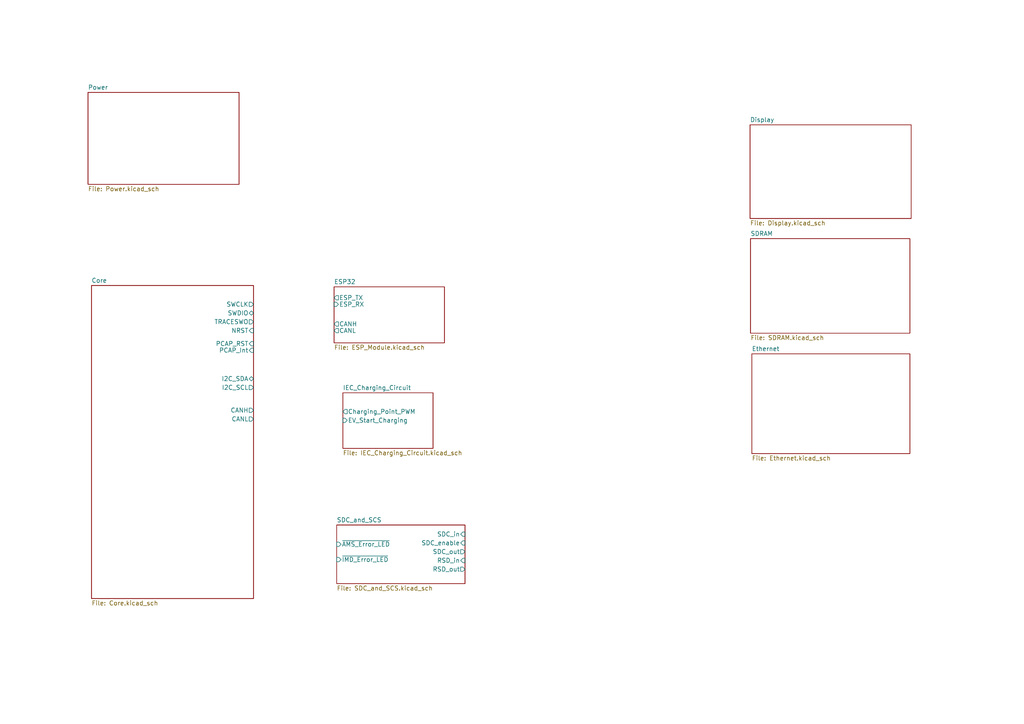
<source format=kicad_sch>
(kicad_sch
	(version 20231120)
	(generator "eeschema")
	(generator_version "8.0")
	(uuid "0dca9b66-f638-4727-874b-1b91b6921c17")
	(paper "A4")
	(lib_symbols)
	(text "TODO:\n1. Vref Spannung\n2. Vcap?\n3. Ferrite bead dimensionierung\n4. REFCLK0 pull-up?\n5. 5.6.3 ~{RST}\n6. series termination calculation\n\n"
		(exclude_from_sim no)
		(at 31.115 221.615 0)
		(effects
			(font
				(size 1.27 1.27)
			)
			(justify left)
		)
		(uuid "b77f9553-b64d-4a04-bcaa-eb156863248b")
	)
	(sheet
		(at 217.678 69.215)
		(size 46.228 27.432)
		(fields_autoplaced yes)
		(stroke
			(width 0.1524)
			(type solid)
		)
		(fill
			(color 0 0 0 0.0000)
		)
		(uuid "128393d2-6dd9-44f0-979c-682ff9f03572")
		(property "Sheetname" "SDRAM"
			(at 217.678 68.5034 0)
			(effects
				(font
					(size 1.27 1.27)
				)
				(justify left bottom)
			)
		)
		(property "Sheetfile" "SDRAM.kicad_sch"
			(at 217.678 97.2316 0)
			(effects
				(font
					(size 1.27 1.27)
				)
				(justify left top)
			)
		)
		(instances
			(project "FT25-Charger"
				(path "/0dca9b66-f638-4727-874b-1b91b6921c17"
					(page "9")
				)
			)
		)
	)
	(sheet
		(at 217.551 36.195)
		(size 46.736 27.178)
		(fields_autoplaced yes)
		(stroke
			(width 0.1524)
			(type solid)
		)
		(fill
			(color 0 0 0 0.0000)
		)
		(uuid "34256820-5635-4c85-a70b-596b3ee01bd0")
		(property "Sheetname" "Display"
			(at 217.551 35.4834 0)
			(effects
				(font
					(size 1.27 1.27)
				)
				(justify left bottom)
			)
		)
		(property "Sheetfile" "Display.kicad_sch"
			(at 217.551 63.9576 0)
			(effects
				(font
					(size 1.27 1.27)
				)
				(justify left top)
			)
		)
		(property "Field2" ""
			(at 217.551 36.195 0)
			(effects
				(font
					(size 1.27 1.27)
				)
				(hide yes)
			)
		)
		(instances
			(project "FT25-Charger"
				(path "/0dca9b66-f638-4727-874b-1b91b6921c17"
					(page "9")
				)
			)
		)
	)
	(sheet
		(at 26.543 82.804)
		(size 46.99 90.805)
		(fields_autoplaced yes)
		(stroke
			(width 0.1524)
			(type solid)
		)
		(fill
			(color 0 0 0 0.0000)
		)
		(uuid "486f4a0e-b8d5-42cd-a726-c7aa5b0383fd")
		(property "Sheetname" "Core"
			(at 26.543 82.0924 0)
			(effects
				(font
					(size 1.27 1.27)
				)
				(justify left bottom)
			)
		)
		(property "Sheetfile" "Core.kicad_sch"
			(at 26.543 174.1936 0)
			(effects
				(font
					(size 1.27 1.27)
				)
				(justify left top)
			)
		)
		(pin "SWCLK" output
			(at 73.533 88.265 0)
			(effects
				(font
					(size 1.27 1.27)
				)
				(justify right)
			)
			(uuid "d016d792-b866-4740-a4c6-684d3ba106ae")
		)
		(pin "SWDIO" bidirectional
			(at 73.533 90.805 0)
			(effects
				(font
					(size 1.27 1.27)
				)
				(justify right)
			)
			(uuid "bc166474-778f-4d1a-84a4-23412deaad8c")
		)
		(pin "TRACESWO" output
			(at 73.533 93.345 0)
			(effects
				(font
					(size 1.27 1.27)
				)
				(justify right)
			)
			(uuid "69718654-e0f6-479b-a589-eb2845905179")
		)
		(pin "NRST" input
			(at 73.533 95.885 0)
			(effects
				(font
					(size 1.27 1.27)
				)
				(justify right)
			)
			(uuid "e763e590-56d2-4853-aefe-be27c5931d88")
		)
		(pin "PCAP_RST" input
			(at 73.533 99.695 0)
			(effects
				(font
					(size 1.27 1.27)
				)
				(justify right)
			)
			(uuid "e3e18945-5024-4afa-9e6f-aa2e6a66cfd9")
		)
		(pin "PCAP_Int" input
			(at 73.533 101.6 0)
			(effects
				(font
					(size 1.27 1.27)
				)
				(justify right)
			)
			(uuid "4fa40e5f-480b-449b-b67c-c814866b6a63")
		)
		(pin "I2C_SDA" bidirectional
			(at 73.533 109.855 0)
			(effects
				(font
					(size 1.27 1.27)
				)
				(justify right)
			)
			(uuid "e72dd15b-1a85-403b-9f2d-6b78169f02bd")
		)
		(pin "I2C_SCL" output
			(at 73.533 112.395 0)
			(effects
				(font
					(size 1.27 1.27)
				)
				(justify right)
			)
			(uuid "84acc8e6-a619-4eb6-b8d4-92d3e65485a6")
		)
		(pin "CANH" output
			(at 73.533 118.999 0)
			(effects
				(font
					(size 1.27 1.27)
				)
				(justify right)
			)
			(uuid "ba745a4d-2cfb-45af-9f1b-6faa6f0aa196")
		)
		(pin "CANL" output
			(at 73.533 121.539 0)
			(effects
				(font
					(size 1.27 1.27)
				)
				(justify right)
			)
			(uuid "4e93f07a-4621-403e-b26f-1cdd4043fdb1")
		)
		(instances
			(project "FT25-Charger"
				(path "/0dca9b66-f638-4727-874b-1b91b6921c17"
					(page "4")
				)
			)
		)
	)
	(sheet
		(at 218.059 102.616)
		(size 45.847 28.956)
		(fields_autoplaced yes)
		(stroke
			(width 0.1524)
			(type solid)
		)
		(fill
			(color 0 0 0 0.0000)
		)
		(uuid "5469580a-3180-4bfd-8660-e5a4628a92d9")
		(property "Sheetname" "Ethernet"
			(at 218.059 101.9044 0)
			(effects
				(font
					(size 1.27 1.27)
				)
				(justify left bottom)
			)
		)
		(property "Sheetfile" "Ethernet.kicad_sch"
			(at 218.059 132.1566 0)
			(effects
				(font
					(size 1.27 1.27)
				)
				(justify left top)
			)
		)
		(instances
			(project "FT25-Charger"
				(path "/0dca9b66-f638-4727-874b-1b91b6921c17"
					(page "4")
				)
			)
		)
	)
	(sheet
		(at 97.663 152.273)
		(size 37.211 17.018)
		(fields_autoplaced yes)
		(stroke
			(width 0.1524)
			(type solid)
		)
		(fill
			(color 0 0 0 0.0000)
		)
		(uuid "75c94037-2217-4879-97cf-1bc2976ef0dc")
		(property "Sheetname" "SDC_and_SCS"
			(at 97.663 151.5614 0)
			(effects
				(font
					(size 1.27 1.27)
				)
				(justify left bottom)
			)
		)
		(property "Sheetfile" "SDC_and_SCS.kicad_sch"
			(at 97.663 169.8756 0)
			(effects
				(font
					(size 1.27 1.27)
				)
				(justify left top)
			)
		)
		(property "Field2" ""
			(at 97.663 152.273 0)
			(effects
				(font
					(size 1.27 1.27)
				)
				(hide yes)
			)
		)
		(pin "SDC_in" input
			(at 134.874 154.94 0)
			(effects
				(font
					(size 1.27 1.27)
				)
				(justify right)
			)
			(uuid "04ebd55d-95c6-40a7-bd7e-7fdb889bd6b9")
		)
		(pin "SDC_enable" input
			(at 134.874 157.48 0)
			(effects
				(font
					(size 1.27 1.27)
				)
				(justify right)
			)
			(uuid "9b56bde4-dd6a-456b-9aab-d018fbc19af3")
		)
		(pin "SDC_out" output
			(at 134.874 160.02 0)
			(effects
				(font
					(size 1.27 1.27)
				)
				(justify right)
			)
			(uuid "182b54b5-1a18-485c-b783-1888c5c5a4bf")
		)
		(pin "RSD_in" input
			(at 134.874 162.56 0)
			(effects
				(font
					(size 1.27 1.27)
				)
				(justify right)
			)
			(uuid "5eaca506-60a5-43b2-9593-f944664f2aa8")
		)
		(pin "RSD_out" output
			(at 134.874 165.1 0)
			(effects
				(font
					(size 1.27 1.27)
				)
				(justify right)
			)
			(uuid "f33e1850-bf63-4f33-ad08-c7af751775ea")
		)
		(pin "~{IMD_Error_LED}" input
			(at 97.663 162.306 180)
			(effects
				(font
					(size 1.27 1.27)
				)
				(justify left)
			)
			(uuid "efb58820-83bc-424b-95f3-2fb058914d3e")
		)
		(pin "~{AMS_Error_LED}" input
			(at 97.663 157.861 180)
			(effects
				(font
					(size 1.27 1.27)
				)
				(justify left)
			)
			(uuid "a159e626-fcc3-4e1f-909e-a5917b863ccb")
		)
		(instances
			(project "FT25-Charger"
				(path "/0dca9b66-f638-4727-874b-1b91b6921c17"
					(page "7")
				)
			)
		)
	)
	(sheet
		(at 99.441 113.919)
		(size 26.162 16.129)
		(fields_autoplaced yes)
		(stroke
			(width 0.1524)
			(type solid)
		)
		(fill
			(color 0 0 0 0.0000)
		)
		(uuid "821f8254-7e97-454c-9aee-86b4ab099a85")
		(property "Sheetname" "IEC_Charging_Circuit"
			(at 99.441 113.2074 0)
			(effects
				(font
					(size 1.27 1.27)
				)
				(justify left bottom)
			)
		)
		(property "Sheetfile" "IEC_Charging_Circuit.kicad_sch"
			(at 99.441 130.6326 0)
			(effects
				(font
					(size 1.27 1.27)
				)
				(justify left top)
			)
		)
		(property "Field2" ""
			(at 99.441 113.919 0)
			(effects
				(font
					(size 1.27 1.27)
				)
				(hide yes)
			)
		)
		(pin "Charging_Point_PWM" output
			(at 99.441 119.38 180)
			(effects
				(font
					(size 1.27 1.27)
				)
				(justify left)
			)
			(uuid "2af6d41f-5d0e-41ad-99d0-1e60204cd27a")
		)
		(pin "EV_Start_Charging" input
			(at 99.441 121.92 180)
			(effects
				(font
					(size 1.27 1.27)
				)
				(justify left)
			)
			(uuid "b48fa48c-d674-409b-9ecd-d2e98dbc2adb")
		)
		(instances
			(project "FT25-Charger"
				(path "/0dca9b66-f638-4727-874b-1b91b6921c17"
					(page "6")
				)
			)
		)
	)
	(sheet
		(at 25.527 26.797)
		(size 43.815 26.67)
		(fields_autoplaced yes)
		(stroke
			(width 0.1524)
			(type solid)
		)
		(fill
			(color 0 0 0 0.0000)
		)
		(uuid "91c9895f-7dce-429f-866f-2980d966c967")
		(property "Sheetname" "Power"
			(at 25.527 26.0854 0)
			(effects
				(font
					(size 1.27 1.27)
				)
				(justify left bottom)
			)
		)
		(property "Sheetfile" "Power.kicad_sch"
			(at 25.527 54.0516 0)
			(effects
				(font
					(size 1.27 1.27)
				)
				(justify left top)
			)
		)
		(instances
			(project "FT25-Charger"
				(path "/0dca9b66-f638-4727-874b-1b91b6921c17"
					(page "3")
				)
			)
		)
	)
	(sheet
		(at 96.901 83.185)
		(size 32.004 16.256)
		(fields_autoplaced yes)
		(stroke
			(width 0.1524)
			(type solid)
		)
		(fill
			(color 0 0 0 0.0000)
		)
		(uuid "c4d631ad-6677-4138-8e7e-8c9c76fb1ebd")
		(property "Sheetname" "ESP32"
			(at 96.901 82.4734 0)
			(effects
				(font
					(size 1.27 1.27)
				)
				(justify left bottom)
			)
		)
		(property "Sheetfile" "ESP_Module.kicad_sch"
			(at 96.901 100.0256 0)
			(effects
				(font
					(size 1.27 1.27)
				)
				(justify left top)
			)
		)
		(pin "ESP_TX" output
			(at 96.901 86.36 180)
			(effects
				(font
					(size 1.27 1.27)
				)
				(justify left)
			)
			(uuid "7fbd5b97-3c57-4f35-a08b-fa0fd4301343")
		)
		(pin "ESP_RX" input
			(at 96.901 88.265 180)
			(effects
				(font
					(size 1.27 1.27)
				)
				(justify left)
			)
			(uuid "9800d61e-c74f-4c4b-a8da-dcc25c1504c4")
		)
		(pin "CANH" output
			(at 96.901 93.98 180)
			(effects
				(font
					(size 1.27 1.27)
				)
				(justify left)
			)
			(uuid "c17a5e96-74ab-4701-b728-fb8f375cb644")
		)
		(pin "CANL" output
			(at 96.901 95.885 180)
			(effects
				(font
					(size 1.27 1.27)
				)
				(justify left)
			)
			(uuid "2f54ea4a-87c0-47c9-b195-e0698b78fb4d")
		)
		(instances
			(project "FT25-Charger"
				(path "/0dca9b66-f638-4727-874b-1b91b6921c17"
					(page "5")
				)
			)
		)
	)
	(sheet_instances
		(path "/"
			(page "1")
		)
	)
)

</source>
